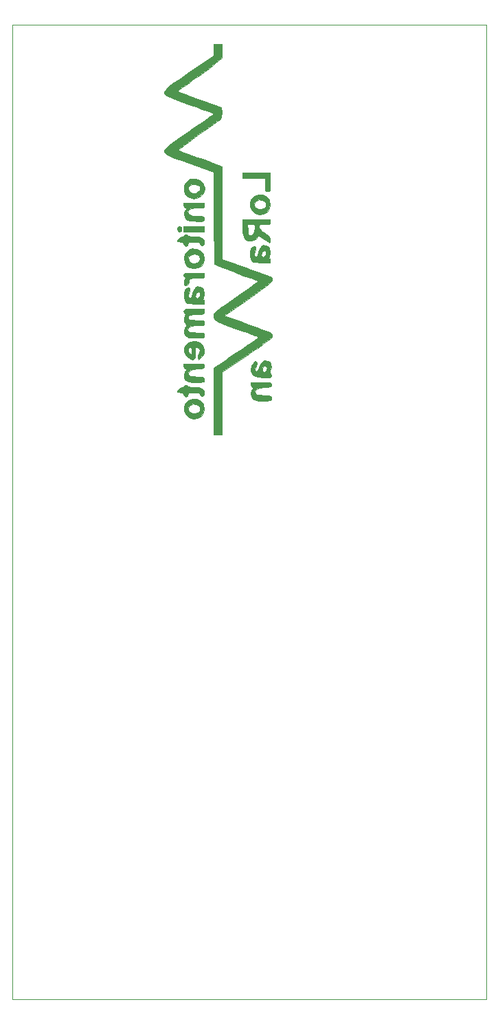
<source format=gbr>
%TF.GenerationSoftware,KiCad,Pcbnew,(5.1.9)-1*%
%TF.CreationDate,2021-03-10T14:32:31-04:00*%
%TF.ProjectId,placa_manutencao_preventiva,706c6163-615f-46d6-916e-7574656e6361,rev?*%
%TF.SameCoordinates,Original*%
%TF.FileFunction,Legend,Bot*%
%TF.FilePolarity,Positive*%
%FSLAX46Y46*%
G04 Gerber Fmt 4.6, Leading zero omitted, Abs format (unit mm)*
G04 Created by KiCad (PCBNEW (5.1.9)-1) date 2021-03-10 14:32:31*
%MOMM*%
%LPD*%
G01*
G04 APERTURE LIST*
%TA.AperFunction,Profile*%
%ADD10C,0.050000*%
%TD*%
%ADD11C,0.010000*%
G04 APERTURE END LIST*
D10*
X77800200Y-14986000D02*
X136220200Y-14986000D01*
X77800200Y-14986000D02*
X77800200Y-135001000D01*
X136220200Y-135001000D02*
X136220200Y-14986000D01*
X77800200Y-135001000D02*
X136220200Y-135001000D01*
D11*
%TO.C,G\u002A\u002A\u002A*%
G36*
X98255930Y-40393671D02*
G01*
X98450400Y-40462200D01*
X98649577Y-40387786D01*
X98704400Y-40144700D01*
X98644869Y-39895728D01*
X98450400Y-39827200D01*
X98251222Y-39901613D01*
X98196400Y-40144700D01*
X98255930Y-40393671D01*
G37*
X98255930Y-40393671D02*
X98450400Y-40462200D01*
X98649577Y-40387786D01*
X98704400Y-40144700D01*
X98644869Y-39895728D01*
X98450400Y-39827200D01*
X98251222Y-39901613D01*
X98196400Y-40144700D01*
X98255930Y-40393671D01*
G36*
X99009665Y-62587418D02*
G01*
X99215543Y-63051773D01*
X99583630Y-63376005D01*
X100072324Y-63522795D01*
X100615237Y-63462455D01*
X101087916Y-63204264D01*
X101387098Y-62797447D01*
X101490442Y-62297502D01*
X101375607Y-61759931D01*
X101335274Y-61673702D01*
X101009624Y-61293214D01*
X100532222Y-61095707D01*
X100097391Y-61084897D01*
X100097391Y-61696495D01*
X100468055Y-61733548D01*
X100708141Y-61868901D01*
X100937662Y-62072475D01*
X100974248Y-62287254D01*
X100909579Y-62496041D01*
X100695455Y-62750235D01*
X100362518Y-62859109D01*
X99996748Y-62827593D01*
X99684123Y-62660619D01*
X99524634Y-62416608D01*
X99517687Y-62141641D01*
X99718336Y-61901333D01*
X100097391Y-61696495D01*
X100097391Y-61084897D01*
X100059792Y-61083962D01*
X99524470Y-61241073D01*
X99174243Y-61569243D01*
X99007599Y-62020264D01*
X99009665Y-62587418D01*
G37*
X99009665Y-62587418D02*
X99215543Y-63051773D01*
X99583630Y-63376005D01*
X100072324Y-63522795D01*
X100615237Y-63462455D01*
X101087916Y-63204264D01*
X101387098Y-62797447D01*
X101490442Y-62297502D01*
X101375607Y-61759931D01*
X101335274Y-61673702D01*
X101009624Y-61293214D01*
X100532222Y-61095707D01*
X100097391Y-61084897D01*
X100097391Y-61696495D01*
X100468055Y-61733548D01*
X100708141Y-61868901D01*
X100937662Y-62072475D01*
X100974248Y-62287254D01*
X100909579Y-62496041D01*
X100695455Y-62750235D01*
X100362518Y-62859109D01*
X99996748Y-62827593D01*
X99684123Y-62660619D01*
X99524634Y-62416608D01*
X99517687Y-62141641D01*
X99718336Y-61901333D01*
X100097391Y-61696495D01*
X100097391Y-61084897D01*
X100059792Y-61083962D01*
X99524470Y-61241073D01*
X99174243Y-61569243D01*
X99007599Y-62020264D01*
X99009665Y-62587418D01*
G36*
X98306949Y-60252834D02*
G01*
X98573238Y-60274195D01*
X98577400Y-60274200D01*
X98856280Y-60314115D01*
X98954469Y-60462632D01*
X98958400Y-60528200D01*
X99048202Y-60740456D01*
X99212400Y-60782200D01*
X99424656Y-60692397D01*
X99466400Y-60528200D01*
X99496207Y-60382380D01*
X99625489Y-60305858D01*
X99914037Y-60277256D01*
X100176789Y-60274200D01*
X100593084Y-60287294D01*
X100822030Y-60341271D01*
X100929580Y-60458171D01*
X100955210Y-60534349D01*
X101086314Y-60732896D01*
X101268717Y-60735143D01*
X101424701Y-60563584D01*
X101473544Y-60384330D01*
X101427893Y-60051980D01*
X101305723Y-59845666D01*
X101070471Y-59715156D01*
X100665999Y-59650506D01*
X100282828Y-59639200D01*
X99855043Y-59621076D01*
X99562559Y-59573155D01*
X99466400Y-59512200D01*
X99360031Y-59409014D01*
X99212400Y-59385200D01*
X99006029Y-59438384D01*
X98958400Y-59512200D01*
X98852229Y-59615992D01*
X98708868Y-59639200D01*
X98468215Y-59743405D01*
X98264549Y-59981569D01*
X98196400Y-60202350D01*
X98306949Y-60252834D01*
G37*
X98306949Y-60252834D02*
X98573238Y-60274195D01*
X98577400Y-60274200D01*
X98856280Y-60314115D01*
X98954469Y-60462632D01*
X98958400Y-60528200D01*
X99048202Y-60740456D01*
X99212400Y-60782200D01*
X99424656Y-60692397D01*
X99466400Y-60528200D01*
X99496207Y-60382380D01*
X99625489Y-60305858D01*
X99914037Y-60277256D01*
X100176789Y-60274200D01*
X100593084Y-60287294D01*
X100822030Y-60341271D01*
X100929580Y-60458171D01*
X100955210Y-60534349D01*
X101086314Y-60732896D01*
X101268717Y-60735143D01*
X101424701Y-60563584D01*
X101473544Y-60384330D01*
X101427893Y-60051980D01*
X101305723Y-59845666D01*
X101070471Y-59715156D01*
X100665999Y-59650506D01*
X100282828Y-59639200D01*
X99855043Y-59621076D01*
X99562559Y-59573155D01*
X99466400Y-59512200D01*
X99360031Y-59409014D01*
X99212400Y-59385200D01*
X99006029Y-59438384D01*
X98958400Y-59512200D01*
X98852229Y-59615992D01*
X98708868Y-59639200D01*
X98468215Y-59743405D01*
X98264549Y-59981569D01*
X98196400Y-60202350D01*
X98306949Y-60252834D01*
G36*
X99026566Y-57293594D02*
G01*
X99156101Y-57353200D01*
X99282807Y-57376157D01*
X99252984Y-57489983D01*
X99156101Y-57635458D01*
X98975784Y-58072264D01*
X99033305Y-58492999D01*
X99212399Y-58750200D01*
X99387068Y-58882361D01*
X99627102Y-58960013D01*
X99997865Y-58996227D01*
X100482399Y-59004200D01*
X100986349Y-59000676D01*
X101288112Y-58979501D01*
X101439496Y-58924768D01*
X101492308Y-58820571D01*
X101498400Y-58692263D01*
X101483384Y-58529865D01*
X101401896Y-58433228D01*
X101199273Y-58381315D01*
X100820852Y-58353088D01*
X100590955Y-58343013D01*
X100070108Y-58305648D01*
X99749001Y-58237273D01*
X99574003Y-58124699D01*
X99545358Y-58085832D01*
X99487518Y-57821474D01*
X99666192Y-57609252D01*
X100067642Y-57457823D01*
X100671315Y-57376274D01*
X101116492Y-57340890D01*
X101364756Y-57290077D01*
X101473033Y-57199378D01*
X101498252Y-57044333D01*
X101498400Y-57020905D01*
X101488973Y-56883521D01*
X101429786Y-56795628D01*
X101274478Y-56746175D01*
X100976688Y-56724112D01*
X100490054Y-56718389D01*
X100228400Y-56718200D01*
X98958400Y-56718200D01*
X98958400Y-57035700D01*
X99026566Y-57293594D01*
G37*
X99026566Y-57293594D02*
X99156101Y-57353200D01*
X99282807Y-57376157D01*
X99252984Y-57489983D01*
X99156101Y-57635458D01*
X98975784Y-58072264D01*
X99033305Y-58492999D01*
X99212399Y-58750200D01*
X99387068Y-58882361D01*
X99627102Y-58960013D01*
X99997865Y-58996227D01*
X100482399Y-59004200D01*
X100986349Y-59000676D01*
X101288112Y-58979501D01*
X101439496Y-58924768D01*
X101492308Y-58820571D01*
X101498400Y-58692263D01*
X101483384Y-58529865D01*
X101401896Y-58433228D01*
X101199273Y-58381315D01*
X100820852Y-58353088D01*
X100590955Y-58343013D01*
X100070108Y-58305648D01*
X99749001Y-58237273D01*
X99574003Y-58124699D01*
X99545358Y-58085832D01*
X99487518Y-57821474D01*
X99666192Y-57609252D01*
X100067642Y-57457823D01*
X100671315Y-57376274D01*
X101116492Y-57340890D01*
X101364756Y-57290077D01*
X101473033Y-57199378D01*
X101498252Y-57044333D01*
X101498400Y-57020905D01*
X101488973Y-56883521D01*
X101429786Y-56795628D01*
X101274478Y-56746175D01*
X100976688Y-56724112D01*
X100490054Y-56718389D01*
X100228400Y-56718200D01*
X98958400Y-56718200D01*
X98958400Y-57035700D01*
X99026566Y-57293594D01*
G36*
X99227470Y-55727219D02*
G01*
X99329630Y-55838969D01*
X99677076Y-56100236D01*
X100009935Y-56209759D01*
X100028130Y-56210200D01*
X100208643Y-56195492D01*
X100306544Y-56111776D01*
X100347047Y-55899665D01*
X100355366Y-55499770D01*
X100355400Y-55439367D01*
X100362109Y-55015089D01*
X100396706Y-54789018D01*
X100480895Y-54705436D01*
X100636380Y-54708624D01*
X100639852Y-54709117D01*
X100891951Y-54844575D01*
X100970359Y-55101634D01*
X100853223Y-55398277D01*
X100830822Y-55425899D01*
X100709312Y-55748331D01*
X100730182Y-55956200D01*
X100811384Y-56273700D01*
X101154892Y-55930222D01*
X101440606Y-55485691D01*
X101492990Y-54992010D01*
X101310783Y-54503278D01*
X101191896Y-54344031D01*
X100963682Y-54125003D01*
X100706459Y-54019041D01*
X100317630Y-53988201D01*
X100228399Y-53987700D01*
X99805989Y-54009293D01*
X99779914Y-54017901D01*
X99779914Y-54686200D01*
X99921040Y-54775056D01*
X99973258Y-55065548D01*
X99974400Y-55141283D01*
X99938275Y-55458496D01*
X99834553Y-55549171D01*
X99824723Y-55546474D01*
X99603243Y-55380816D01*
X99499648Y-55127915D01*
X99518481Y-54874977D01*
X99664284Y-54709204D01*
X99779914Y-54686200D01*
X99779914Y-54017901D01*
X99533139Y-54099369D01*
X99307255Y-54295870D01*
X99264903Y-54344031D01*
X99000800Y-54806930D01*
X98988611Y-55274665D01*
X99227470Y-55727219D01*
G37*
X99227470Y-55727219D02*
X99329630Y-55838969D01*
X99677076Y-56100236D01*
X100009935Y-56209759D01*
X100028130Y-56210200D01*
X100208643Y-56195492D01*
X100306544Y-56111776D01*
X100347047Y-55899665D01*
X100355366Y-55499770D01*
X100355400Y-55439367D01*
X100362109Y-55015089D01*
X100396706Y-54789018D01*
X100480895Y-54705436D01*
X100636380Y-54708624D01*
X100639852Y-54709117D01*
X100891951Y-54844575D01*
X100970359Y-55101634D01*
X100853223Y-55398277D01*
X100830822Y-55425899D01*
X100709312Y-55748331D01*
X100730182Y-55956200D01*
X100811384Y-56273700D01*
X101154892Y-55930222D01*
X101440606Y-55485691D01*
X101492990Y-54992010D01*
X101310783Y-54503278D01*
X101191896Y-54344031D01*
X100963682Y-54125003D01*
X100706459Y-54019041D01*
X100317630Y-53988201D01*
X100228399Y-53987700D01*
X99805989Y-54009293D01*
X99779914Y-54017901D01*
X99779914Y-54686200D01*
X99921040Y-54775056D01*
X99973258Y-55065548D01*
X99974400Y-55141283D01*
X99938275Y-55458496D01*
X99834553Y-55549171D01*
X99824723Y-55546474D01*
X99603243Y-55380816D01*
X99499648Y-55127915D01*
X99518481Y-54874977D01*
X99664284Y-54709204D01*
X99779914Y-54686200D01*
X99779914Y-54017901D01*
X99533139Y-54099369D01*
X99307255Y-54295870D01*
X99264903Y-54344031D01*
X99000800Y-54806930D01*
X98988611Y-55274665D01*
X99227470Y-55727219D01*
G36*
X99024031Y-50455831D02*
G01*
X99103611Y-50522437D01*
X99185308Y-50621614D01*
X99103611Y-50842171D01*
X98968470Y-51267334D01*
X99031748Y-51622671D01*
X99146566Y-51763263D01*
X99267270Y-51907684D01*
X99219615Y-52077491D01*
X99146566Y-52188071D01*
X98973688Y-52619084D01*
X99037166Y-53039620D01*
X99212399Y-53289200D01*
X99387068Y-53421361D01*
X99627102Y-53499013D01*
X99997865Y-53535227D01*
X100482399Y-53543200D01*
X100986294Y-53539816D01*
X101288015Y-53518869D01*
X101439388Y-53464164D01*
X101492235Y-53359506D01*
X101498400Y-53225700D01*
X101483672Y-53054196D01*
X101400999Y-52959128D01*
X101192642Y-52918005D01*
X100800864Y-52908338D01*
X100683287Y-52908200D01*
X100102108Y-52892763D01*
X99732892Y-52837766D01*
X99534993Y-52730177D01*
X99467761Y-52556965D01*
X99466400Y-52518080D01*
X99566624Y-52265847D01*
X99876144Y-52104012D01*
X100408231Y-52027327D01*
X100728050Y-52019200D01*
X101153225Y-52012647D01*
X101383780Y-51976686D01*
X101479047Y-51886864D01*
X101498359Y-51718726D01*
X101498400Y-51701700D01*
X101486599Y-51540468D01*
X101415602Y-51445825D01*
X101232015Y-51400047D01*
X100882447Y-51385410D01*
X100541914Y-51384200D01*
X100018700Y-51371561D01*
X99701479Y-51327801D01*
X99543229Y-51244150D01*
X99511705Y-51192082D01*
X99500155Y-50923145D01*
X99711063Y-50741410D01*
X100151571Y-50643222D01*
X100624950Y-50622200D01*
X101084399Y-50617330D01*
X101345694Y-50589193D01*
X101464660Y-50517494D01*
X101497127Y-50381942D01*
X101498400Y-50304700D01*
X101498400Y-49987200D01*
X100228400Y-49987200D01*
X99649476Y-49991019D01*
X99278762Y-50008322D01*
X99070509Y-50047878D01*
X98978972Y-50118454D01*
X98958402Y-50228819D01*
X98958400Y-50230616D01*
X99024031Y-50455831D01*
G37*
X99024031Y-50455831D02*
X99103611Y-50522437D01*
X99185308Y-50621614D01*
X99103611Y-50842171D01*
X98968470Y-51267334D01*
X99031748Y-51622671D01*
X99146566Y-51763263D01*
X99267270Y-51907684D01*
X99219615Y-52077491D01*
X99146566Y-52188071D01*
X98973688Y-52619084D01*
X99037166Y-53039620D01*
X99212399Y-53289200D01*
X99387068Y-53421361D01*
X99627102Y-53499013D01*
X99997865Y-53535227D01*
X100482399Y-53543200D01*
X100986294Y-53539816D01*
X101288015Y-53518869D01*
X101439388Y-53464164D01*
X101492235Y-53359506D01*
X101498400Y-53225700D01*
X101483672Y-53054196D01*
X101400999Y-52959128D01*
X101192642Y-52918005D01*
X100800864Y-52908338D01*
X100683287Y-52908200D01*
X100102108Y-52892763D01*
X99732892Y-52837766D01*
X99534993Y-52730177D01*
X99467761Y-52556965D01*
X99466400Y-52518080D01*
X99566624Y-52265847D01*
X99876144Y-52104012D01*
X100408231Y-52027327D01*
X100728050Y-52019200D01*
X101153225Y-52012647D01*
X101383780Y-51976686D01*
X101479047Y-51886864D01*
X101498359Y-51718726D01*
X101498400Y-51701700D01*
X101486599Y-51540468D01*
X101415602Y-51445825D01*
X101232015Y-51400047D01*
X100882447Y-51385410D01*
X100541914Y-51384200D01*
X100018700Y-51371561D01*
X99701479Y-51327801D01*
X99543229Y-51244150D01*
X99511705Y-51192082D01*
X99500155Y-50923145D01*
X99711063Y-50741410D01*
X100151571Y-50643222D01*
X100624950Y-50622200D01*
X101084399Y-50617330D01*
X101345694Y-50589193D01*
X101464660Y-50517494D01*
X101497127Y-50381942D01*
X101498400Y-50304700D01*
X101498400Y-49987200D01*
X100228400Y-49987200D01*
X99649476Y-49991019D01*
X99278762Y-50008322D01*
X99070509Y-50047878D01*
X98978972Y-50118454D01*
X98958402Y-50228819D01*
X98958400Y-50230616D01*
X99024031Y-50455831D01*
G36*
X99080335Y-48940398D02*
G01*
X99149579Y-49060629D01*
X99277303Y-49197712D01*
X99466243Y-49284908D01*
X99775795Y-49336899D01*
X100265357Y-49368369D01*
X100419875Y-49374638D01*
X100942532Y-49391237D01*
X101261601Y-49384660D01*
X101427218Y-49343535D01*
X101489520Y-49256490D01*
X101498696Y-49129950D01*
X101448957Y-48906937D01*
X101366931Y-48844200D01*
X101300331Y-48766457D01*
X101366931Y-48598549D01*
X101491832Y-48115677D01*
X101389884Y-47629683D01*
X101300698Y-47475458D01*
X101014002Y-47247518D01*
X100807549Y-47225658D01*
X100807549Y-47866405D01*
X100857836Y-47888261D01*
X100977667Y-48089705D01*
X100954277Y-48370951D01*
X100838000Y-48564800D01*
X100591745Y-48710043D01*
X100412341Y-48636674D01*
X100355400Y-48415250D01*
X100428491Y-48122795D01*
X100602060Y-47915878D01*
X100807549Y-47866405D01*
X100807549Y-47225658D01*
X100668871Y-47210973D01*
X100363063Y-47373488D01*
X100339200Y-47400043D01*
X100196334Y-47654113D01*
X100060550Y-48024848D01*
X100034093Y-48120978D01*
X99918218Y-48453515D01*
X99787184Y-48661347D01*
X99748410Y-48686696D01*
X99583393Y-48643487D01*
X99498398Y-48444961D01*
X99519679Y-48184046D01*
X99573356Y-48067100D01*
X99697602Y-47759738D01*
X99703205Y-47486230D01*
X99594267Y-47331064D01*
X99537101Y-47320200D01*
X99283687Y-47432847D01*
X99095326Y-47722949D01*
X98987995Y-48118748D01*
X98977672Y-48548484D01*
X99080335Y-48940398D01*
G37*
X99080335Y-48940398D02*
X99149579Y-49060629D01*
X99277303Y-49197712D01*
X99466243Y-49284908D01*
X99775795Y-49336899D01*
X100265357Y-49368369D01*
X100419875Y-49374638D01*
X100942532Y-49391237D01*
X101261601Y-49384660D01*
X101427218Y-49343535D01*
X101489520Y-49256490D01*
X101498696Y-49129950D01*
X101448957Y-48906937D01*
X101366931Y-48844200D01*
X101300331Y-48766457D01*
X101366931Y-48598549D01*
X101491832Y-48115677D01*
X101389884Y-47629683D01*
X101300698Y-47475458D01*
X101014002Y-47247518D01*
X100807549Y-47225658D01*
X100807549Y-47866405D01*
X100857836Y-47888261D01*
X100977667Y-48089705D01*
X100954277Y-48370951D01*
X100838000Y-48564800D01*
X100591745Y-48710043D01*
X100412341Y-48636674D01*
X100355400Y-48415250D01*
X100428491Y-48122795D01*
X100602060Y-47915878D01*
X100807549Y-47866405D01*
X100807549Y-47225658D01*
X100668871Y-47210973D01*
X100363063Y-47373488D01*
X100339200Y-47400043D01*
X100196334Y-47654113D01*
X100060550Y-48024848D01*
X100034093Y-48120978D01*
X99918218Y-48453515D01*
X99787184Y-48661347D01*
X99748410Y-48686696D01*
X99583393Y-48643487D01*
X99498398Y-48444961D01*
X99519679Y-48184046D01*
X99573356Y-48067100D01*
X99697602Y-47759738D01*
X99703205Y-47486230D01*
X99594267Y-47331064D01*
X99537101Y-47320200D01*
X99283687Y-47432847D01*
X99095326Y-47722949D01*
X98987995Y-48118748D01*
X98977672Y-48548484D01*
X99080335Y-48940398D01*
G36*
X99030628Y-46015919D02*
G01*
X99117150Y-46087241D01*
X99212212Y-46172045D01*
X99117150Y-46313725D01*
X99003677Y-46529720D01*
X98961236Y-46795905D01*
X98995713Y-47007121D01*
X99075012Y-47066200D01*
X99410044Y-46972669D01*
X99581986Y-46724166D01*
X99593400Y-46621700D01*
X99636456Y-46406393D01*
X99794455Y-46271729D01*
X100110637Y-46201042D01*
X100628246Y-46177668D01*
X100746787Y-46177200D01*
X101165513Y-46170257D01*
X101390334Y-46132522D01*
X101481283Y-46038634D01*
X101498398Y-45863232D01*
X101498400Y-45859700D01*
X101498400Y-45542200D01*
X100228400Y-45542200D01*
X99649476Y-45546019D01*
X99278762Y-45563322D01*
X99070509Y-45602878D01*
X98978972Y-45673454D01*
X98958402Y-45783819D01*
X98958400Y-45785616D01*
X99030628Y-46015919D01*
G37*
X99030628Y-46015919D02*
X99117150Y-46087241D01*
X99212212Y-46172045D01*
X99117150Y-46313725D01*
X99003677Y-46529720D01*
X98961236Y-46795905D01*
X98995713Y-47007121D01*
X99075012Y-47066200D01*
X99410044Y-46972669D01*
X99581986Y-46724166D01*
X99593400Y-46621700D01*
X99636456Y-46406393D01*
X99794455Y-46271729D01*
X100110637Y-46201042D01*
X100628246Y-46177668D01*
X100746787Y-46177200D01*
X101165513Y-46170257D01*
X101390334Y-46132522D01*
X101481283Y-46038634D01*
X101498398Y-45863232D01*
X101498400Y-45859700D01*
X101498400Y-45542200D01*
X100228400Y-45542200D01*
X99649476Y-45546019D01*
X99278762Y-45563322D01*
X99070509Y-45602878D01*
X98978972Y-45673454D01*
X98958402Y-45783819D01*
X98958400Y-45785616D01*
X99030628Y-46015919D01*
G36*
X99050494Y-44222259D02*
G01*
X99279987Y-44654179D01*
X99355217Y-44731014D01*
X99719158Y-44916761D01*
X100195504Y-44981654D01*
X100678900Y-44927327D01*
X101063995Y-44755414D01*
X101123457Y-44703587D01*
X101353977Y-44317616D01*
X101450645Y-43821061D01*
X101400182Y-43326894D01*
X101311028Y-43107739D01*
X100984177Y-42758086D01*
X100541166Y-42577097D01*
X100246235Y-42568004D01*
X100246235Y-43213149D01*
X100587165Y-43301133D01*
X100852856Y-43496310D01*
X100969160Y-43774662D01*
X100961422Y-43884378D01*
X100832541Y-44075709D01*
X100576751Y-44267834D01*
X100300603Y-44391135D01*
X100075483Y-44365769D01*
X99880048Y-44267834D01*
X99568152Y-44012235D01*
X99505016Y-43724833D01*
X99635252Y-43454826D01*
X99904215Y-43256374D01*
X100246235Y-43213149D01*
X100246235Y-42568004D01*
X100053305Y-42562055D01*
X99591904Y-42710243D01*
X99228271Y-43018946D01*
X99124103Y-43191064D01*
X98993894Y-43703643D01*
X99050494Y-44222259D01*
G37*
X99050494Y-44222259D02*
X99279987Y-44654179D01*
X99355217Y-44731014D01*
X99719158Y-44916761D01*
X100195504Y-44981654D01*
X100678900Y-44927327D01*
X101063995Y-44755414D01*
X101123457Y-44703587D01*
X101353977Y-44317616D01*
X101450645Y-43821061D01*
X101400182Y-43326894D01*
X101311028Y-43107739D01*
X100984177Y-42758086D01*
X100541166Y-42577097D01*
X100246235Y-42568004D01*
X100246235Y-43213149D01*
X100587165Y-43301133D01*
X100852856Y-43496310D01*
X100969160Y-43774662D01*
X100961422Y-43884378D01*
X100832541Y-44075709D01*
X100576751Y-44267834D01*
X100300603Y-44391135D01*
X100075483Y-44365769D01*
X99880048Y-44267834D01*
X99568152Y-44012235D01*
X99505016Y-43724833D01*
X99635252Y-43454826D01*
X99904215Y-43256374D01*
X100246235Y-43213149D01*
X100246235Y-42568004D01*
X100053305Y-42562055D01*
X99591904Y-42710243D01*
X99228271Y-43018946D01*
X99124103Y-43191064D01*
X98993894Y-43703643D01*
X99050494Y-44222259D01*
G36*
X98306949Y-41710834D02*
G01*
X98573238Y-41732195D01*
X98577400Y-41732200D01*
X98856280Y-41772115D01*
X98954469Y-41920632D01*
X98958400Y-41986200D01*
X99048202Y-42198456D01*
X99212400Y-42240200D01*
X99424656Y-42150397D01*
X99466400Y-41986200D01*
X99496207Y-41840380D01*
X99625489Y-41763858D01*
X99914037Y-41735256D01*
X100176789Y-41732200D01*
X100593084Y-41745294D01*
X100822030Y-41799271D01*
X100929580Y-41916171D01*
X100955210Y-41992349D01*
X101086314Y-42190896D01*
X101268717Y-42193143D01*
X101424701Y-42021584D01*
X101473544Y-41842330D01*
X101427893Y-41509980D01*
X101305723Y-41303666D01*
X101070471Y-41173156D01*
X100665999Y-41108506D01*
X100282828Y-41097200D01*
X99855043Y-41079076D01*
X99562559Y-41031155D01*
X99466400Y-40970200D01*
X99360031Y-40867014D01*
X99212400Y-40843200D01*
X99006029Y-40896384D01*
X98958400Y-40970200D01*
X98852229Y-41073992D01*
X98708868Y-41097200D01*
X98468215Y-41201405D01*
X98264549Y-41439569D01*
X98196400Y-41660350D01*
X98306949Y-41710834D01*
G37*
X98306949Y-41710834D02*
X98573238Y-41732195D01*
X98577400Y-41732200D01*
X98856280Y-41772115D01*
X98954469Y-41920632D01*
X98958400Y-41986200D01*
X99048202Y-42198456D01*
X99212400Y-42240200D01*
X99424656Y-42150397D01*
X99466400Y-41986200D01*
X99496207Y-41840380D01*
X99625489Y-41763858D01*
X99914037Y-41735256D01*
X100176789Y-41732200D01*
X100593084Y-41745294D01*
X100822030Y-41799271D01*
X100929580Y-41916171D01*
X100955210Y-41992349D01*
X101086314Y-42190896D01*
X101268717Y-42193143D01*
X101424701Y-42021584D01*
X101473544Y-41842330D01*
X101427893Y-41509980D01*
X101305723Y-41303666D01*
X101070471Y-41173156D01*
X100665999Y-41108506D01*
X100282828Y-41097200D01*
X99855043Y-41079076D01*
X99562559Y-41031155D01*
X99466400Y-40970200D01*
X99360031Y-40867014D01*
X99212400Y-40843200D01*
X99006029Y-40896384D01*
X98958400Y-40970200D01*
X98852229Y-41073992D01*
X98708868Y-41097200D01*
X98468215Y-41201405D01*
X98264549Y-41439569D01*
X98196400Y-41660350D01*
X98306949Y-41710834D01*
G36*
X101498400Y-40462200D02*
G01*
X101498400Y-39827200D01*
X98958400Y-39827200D01*
X98958400Y-40462200D01*
X101498400Y-40462200D01*
G37*
X101498400Y-40462200D02*
X101498400Y-39827200D01*
X98958400Y-39827200D01*
X98958400Y-40462200D01*
X101498400Y-40462200D01*
G36*
X99022727Y-37476355D02*
G01*
X99142993Y-37541200D01*
X99251299Y-37574104D01*
X99221669Y-37713812D01*
X99123048Y-37897587D01*
X98986334Y-38324528D01*
X99047225Y-38717304D01*
X99288192Y-39005476D01*
X99414714Y-39069691D01*
X99706199Y-39132628D01*
X100151477Y-39176832D01*
X100617667Y-39192200D01*
X101079465Y-39187425D01*
X101342881Y-39159741D01*
X101463516Y-39089101D01*
X101496971Y-38955462D01*
X101498400Y-38874700D01*
X101479977Y-38692046D01*
X101383040Y-38597429D01*
X101145085Y-38562099D01*
X100808167Y-38557200D01*
X100139730Y-38512746D01*
X99696461Y-38380983D01*
X99484789Y-38164308D01*
X99466400Y-38056811D01*
X99560127Y-37798695D01*
X99852860Y-37632767D01*
X100361926Y-37551948D01*
X100728050Y-37541200D01*
X101153225Y-37534647D01*
X101383780Y-37498686D01*
X101479047Y-37408864D01*
X101498359Y-37240726D01*
X101498400Y-37223700D01*
X101498400Y-36906200D01*
X98958400Y-36906200D01*
X98958400Y-37223700D01*
X99022727Y-37476355D01*
G37*
X99022727Y-37476355D02*
X99142993Y-37541200D01*
X99251299Y-37574104D01*
X99221669Y-37713812D01*
X99123048Y-37897587D01*
X98986334Y-38324528D01*
X99047225Y-38717304D01*
X99288192Y-39005476D01*
X99414714Y-39069691D01*
X99706199Y-39132628D01*
X100151477Y-39176832D01*
X100617667Y-39192200D01*
X101079465Y-39187425D01*
X101342881Y-39159741D01*
X101463516Y-39089101D01*
X101496971Y-38955462D01*
X101498400Y-38874700D01*
X101479977Y-38692046D01*
X101383040Y-38597429D01*
X101145085Y-38562099D01*
X100808167Y-38557200D01*
X100139730Y-38512746D01*
X99696461Y-38380983D01*
X99484789Y-38164308D01*
X99466400Y-38056811D01*
X99560127Y-37798695D01*
X99852860Y-37632767D01*
X100361926Y-37551948D01*
X100728050Y-37541200D01*
X101153225Y-37534647D01*
X101383780Y-37498686D01*
X101479047Y-37408864D01*
X101498359Y-37240726D01*
X101498400Y-37223700D01*
X101498400Y-36906200D01*
X98958400Y-36906200D01*
X98958400Y-37223700D01*
X99022727Y-37476355D01*
G36*
X99124576Y-35801351D02*
G01*
X99447640Y-36157252D01*
X99918415Y-36365607D01*
X100228400Y-36398200D01*
X100750752Y-36290307D01*
X101159782Y-36003098D01*
X101422321Y-35591276D01*
X101505198Y-35109545D01*
X101375244Y-34612608D01*
X101345007Y-34556700D01*
X101073911Y-34216870D01*
X100708899Y-34039882D01*
X100326636Y-34001239D01*
X100326636Y-34640733D01*
X100672568Y-34742126D01*
X100919424Y-34942751D01*
X100990400Y-35159021D01*
X100912184Y-35353959D01*
X100780216Y-35530949D01*
X100448825Y-35727641D01*
X100051339Y-35733611D01*
X99698650Y-35553016D01*
X99490857Y-35266258D01*
X99532445Y-34986935D01*
X99665971Y-34819771D01*
X99963734Y-34659604D01*
X100326636Y-34640733D01*
X100326636Y-34001239D01*
X100207939Y-33989239D01*
X99806241Y-34013506D01*
X99538348Y-34126044D01*
X99287189Y-34375944D01*
X99019796Y-34857941D01*
X98973776Y-35350662D01*
X99124576Y-35801351D01*
G37*
X99124576Y-35801351D02*
X99447640Y-36157252D01*
X99918415Y-36365607D01*
X100228400Y-36398200D01*
X100750752Y-36290307D01*
X101159782Y-36003098D01*
X101422321Y-35591276D01*
X101505198Y-35109545D01*
X101375244Y-34612608D01*
X101345007Y-34556700D01*
X101073911Y-34216870D01*
X100708899Y-34039882D01*
X100326636Y-34001239D01*
X100326636Y-34640733D01*
X100672568Y-34742126D01*
X100919424Y-34942751D01*
X100990400Y-35159021D01*
X100912184Y-35353959D01*
X100780216Y-35530949D01*
X100448825Y-35727641D01*
X100051339Y-35733611D01*
X99698650Y-35553016D01*
X99490857Y-35266258D01*
X99532445Y-34986935D01*
X99665971Y-34819771D01*
X99963734Y-34659604D01*
X100326636Y-34640733D01*
X100326636Y-34001239D01*
X100207939Y-33989239D01*
X99806241Y-34013506D01*
X99538348Y-34126044D01*
X99287189Y-34375944D01*
X99019796Y-34857941D01*
X98973776Y-35350662D01*
X99124576Y-35801351D01*
G36*
X107208335Y-43860398D02*
G01*
X107277579Y-43980629D01*
X107405303Y-44117712D01*
X107594243Y-44204908D01*
X107903795Y-44256899D01*
X108393357Y-44288369D01*
X108547875Y-44294638D01*
X109070532Y-44311237D01*
X109389601Y-44304660D01*
X109555218Y-44263535D01*
X109617520Y-44176490D01*
X109626696Y-44049950D01*
X109576957Y-43826937D01*
X109494931Y-43764200D01*
X109428331Y-43686457D01*
X109494931Y-43518549D01*
X109619832Y-43035677D01*
X109517884Y-42549683D01*
X109428698Y-42395458D01*
X109142002Y-42167518D01*
X108935549Y-42145658D01*
X108935549Y-42786405D01*
X108985836Y-42808261D01*
X109105667Y-43009705D01*
X109082277Y-43290951D01*
X108966000Y-43484800D01*
X108719745Y-43630043D01*
X108540341Y-43556674D01*
X108483400Y-43335250D01*
X108556491Y-43042795D01*
X108730060Y-42835878D01*
X108935549Y-42786405D01*
X108935549Y-42145658D01*
X108796871Y-42130973D01*
X108491063Y-42293488D01*
X108467200Y-42320043D01*
X108324334Y-42574113D01*
X108188550Y-42944848D01*
X108162093Y-43040978D01*
X108046218Y-43373515D01*
X107915184Y-43581347D01*
X107876410Y-43606696D01*
X107711393Y-43563487D01*
X107626398Y-43364961D01*
X107647679Y-43104046D01*
X107701356Y-42987100D01*
X107825602Y-42679738D01*
X107831205Y-42406230D01*
X107722267Y-42251064D01*
X107665101Y-42240200D01*
X107411687Y-42352847D01*
X107223326Y-42642949D01*
X107115995Y-43038748D01*
X107105672Y-43468484D01*
X107208335Y-43860398D01*
G37*
X107208335Y-43860398D02*
X107277579Y-43980629D01*
X107405303Y-44117712D01*
X107594243Y-44204908D01*
X107903795Y-44256899D01*
X108393357Y-44288369D01*
X108547875Y-44294638D01*
X109070532Y-44311237D01*
X109389601Y-44304660D01*
X109555218Y-44263535D01*
X109617520Y-44176490D01*
X109626696Y-44049950D01*
X109576957Y-43826937D01*
X109494931Y-43764200D01*
X109428331Y-43686457D01*
X109494931Y-43518549D01*
X109619832Y-43035677D01*
X109517884Y-42549683D01*
X109428698Y-42395458D01*
X109142002Y-42167518D01*
X108935549Y-42145658D01*
X108935549Y-42786405D01*
X108985836Y-42808261D01*
X109105667Y-43009705D01*
X109082277Y-43290951D01*
X108966000Y-43484800D01*
X108719745Y-43630043D01*
X108540341Y-43556674D01*
X108483400Y-43335250D01*
X108556491Y-43042795D01*
X108730060Y-42835878D01*
X108935549Y-42786405D01*
X108935549Y-42145658D01*
X108796871Y-42130973D01*
X108491063Y-42293488D01*
X108467200Y-42320043D01*
X108324334Y-42574113D01*
X108188550Y-42944848D01*
X108162093Y-43040978D01*
X108046218Y-43373515D01*
X107915184Y-43581347D01*
X107876410Y-43606696D01*
X107711393Y-43563487D01*
X107626398Y-43364961D01*
X107647679Y-43104046D01*
X107701356Y-42987100D01*
X107825602Y-42679738D01*
X107831205Y-42406230D01*
X107722267Y-42251064D01*
X107665101Y-42240200D01*
X107411687Y-42352847D01*
X107223326Y-42642949D01*
X107115995Y-43038748D01*
X107105672Y-43468484D01*
X107208335Y-43860398D01*
G36*
X106228124Y-40608423D02*
G01*
X106332527Y-41101659D01*
X106528951Y-41410515D01*
X106835738Y-41566752D01*
X107181650Y-41603255D01*
X107534717Y-41528469D01*
X107859667Y-41341062D01*
X108068669Y-41101237D01*
X108102400Y-40972149D01*
X108193043Y-40978116D01*
X108430831Y-41113514D01*
X108764554Y-41349122D01*
X108769150Y-41352603D01*
X109123243Y-41610936D01*
X109398748Y-41793333D01*
X109531150Y-41858653D01*
X109598467Y-41748728D01*
X109626400Y-41484301D01*
X109584106Y-41231254D01*
X109423471Y-41007656D01*
X109093861Y-40747590D01*
X109023150Y-40698932D01*
X108609703Y-40404557D01*
X108369859Y-40188402D01*
X108258695Y-39999212D01*
X108231344Y-39795450D01*
X108271649Y-39665422D01*
X108433388Y-39597759D01*
X108773409Y-39574322D01*
X108927900Y-39573200D01*
X109327945Y-39564958D01*
X109536245Y-39521397D01*
X109614956Y-39414265D01*
X109626400Y-39255700D01*
X109626400Y-38938200D01*
X107270263Y-38938200D01*
X107270263Y-39573200D01*
X107564002Y-39589658D01*
X107690887Y-39689025D01*
X107720853Y-39946285D01*
X107721400Y-40056926D01*
X107678440Y-40438579D01*
X107573136Y-40740326D01*
X107554255Y-40769236D01*
X107320153Y-40933891D01*
X107141505Y-40951070D01*
X106989945Y-40873860D01*
X106904596Y-40674068D01*
X106860569Y-40289267D01*
X106857513Y-40238760D01*
X106819126Y-39573200D01*
X107270263Y-39573200D01*
X107270263Y-38938200D01*
X106197400Y-38938200D01*
X106197400Y-39899049D01*
X106228124Y-40608423D01*
G37*
X106228124Y-40608423D02*
X106332527Y-41101659D01*
X106528951Y-41410515D01*
X106835738Y-41566752D01*
X107181650Y-41603255D01*
X107534717Y-41528469D01*
X107859667Y-41341062D01*
X108068669Y-41101237D01*
X108102400Y-40972149D01*
X108193043Y-40978116D01*
X108430831Y-41113514D01*
X108764554Y-41349122D01*
X108769150Y-41352603D01*
X109123243Y-41610936D01*
X109398748Y-41793333D01*
X109531150Y-41858653D01*
X109598467Y-41748728D01*
X109626400Y-41484301D01*
X109584106Y-41231254D01*
X109423471Y-41007656D01*
X109093861Y-40747590D01*
X109023150Y-40698932D01*
X108609703Y-40404557D01*
X108369859Y-40188402D01*
X108258695Y-39999212D01*
X108231344Y-39795450D01*
X108271649Y-39665422D01*
X108433388Y-39597759D01*
X108773409Y-39574322D01*
X108927900Y-39573200D01*
X109327945Y-39564958D01*
X109536245Y-39521397D01*
X109614956Y-39414265D01*
X109626400Y-39255700D01*
X109626400Y-38938200D01*
X107270263Y-38938200D01*
X107270263Y-39573200D01*
X107564002Y-39589658D01*
X107690887Y-39689025D01*
X107720853Y-39946285D01*
X107721400Y-40056926D01*
X107678440Y-40438579D01*
X107573136Y-40740326D01*
X107554255Y-40769236D01*
X107320153Y-40933891D01*
X107141505Y-40951070D01*
X106989945Y-40873860D01*
X106904596Y-40674068D01*
X106860569Y-40289267D01*
X106857513Y-40238760D01*
X106819126Y-39573200D01*
X107270263Y-39573200D01*
X107270263Y-38938200D01*
X106197400Y-38938200D01*
X106197400Y-39899049D01*
X106228124Y-40608423D01*
G36*
X107137665Y-37441418D02*
G01*
X107343543Y-37905773D01*
X107711630Y-38230005D01*
X108200324Y-38376795D01*
X108743237Y-38316455D01*
X109215916Y-38058264D01*
X109515098Y-37651447D01*
X109618442Y-37151502D01*
X109503607Y-36613931D01*
X109463274Y-36527702D01*
X109137624Y-36147214D01*
X108660222Y-35949707D01*
X108225391Y-35938897D01*
X108225391Y-36550495D01*
X108596055Y-36587548D01*
X108836141Y-36722901D01*
X109065662Y-36926475D01*
X109102248Y-37141254D01*
X109037579Y-37350041D01*
X108823455Y-37604235D01*
X108490518Y-37713109D01*
X108124748Y-37681593D01*
X107812123Y-37514619D01*
X107652634Y-37270608D01*
X107645687Y-36995641D01*
X107846336Y-36755333D01*
X108225391Y-36550495D01*
X108225391Y-35938897D01*
X108187792Y-35937962D01*
X107652470Y-36095073D01*
X107302243Y-36423243D01*
X107135599Y-36874264D01*
X107137665Y-37441418D01*
G37*
X107137665Y-37441418D02*
X107343543Y-37905773D01*
X107711630Y-38230005D01*
X108200324Y-38376795D01*
X108743237Y-38316455D01*
X109215916Y-38058264D01*
X109515098Y-37651447D01*
X109618442Y-37151502D01*
X109503607Y-36613931D01*
X109463274Y-36527702D01*
X109137624Y-36147214D01*
X108660222Y-35949707D01*
X108225391Y-35938897D01*
X108225391Y-36550495D01*
X108596055Y-36587548D01*
X108836141Y-36722901D01*
X109065662Y-36926475D01*
X109102248Y-37141254D01*
X109037579Y-37350041D01*
X108823455Y-37604235D01*
X108490518Y-37713109D01*
X108124748Y-37681593D01*
X107812123Y-37514619D01*
X107652634Y-37270608D01*
X107645687Y-36995641D01*
X107846336Y-36755333D01*
X108225391Y-36550495D01*
X108225391Y-35938897D01*
X108187792Y-35937962D01*
X107652470Y-36095073D01*
X107302243Y-36423243D01*
X107135599Y-36874264D01*
X107137665Y-37441418D01*
G36*
X108991400Y-33858200D02*
G01*
X108991400Y-34683700D01*
X108996967Y-35127453D01*
X109028383Y-35374618D01*
X109107718Y-35482580D01*
X109257044Y-35508723D01*
X109308900Y-35509200D01*
X109459198Y-35500098D01*
X109552519Y-35440209D01*
X109602439Y-35280654D01*
X109622535Y-34972556D01*
X109626384Y-34467035D01*
X109626400Y-34366200D01*
X109626400Y-33223200D01*
X106197400Y-33223200D01*
X106197400Y-33858200D01*
X108991400Y-33858200D01*
G37*
X108991400Y-33858200D02*
X108991400Y-34683700D01*
X108996967Y-35127453D01*
X109028383Y-35374618D01*
X109107718Y-35482580D01*
X109257044Y-35508723D01*
X109308900Y-35509200D01*
X109459198Y-35500098D01*
X109552519Y-35440209D01*
X109602439Y-35280654D01*
X109622535Y-34972556D01*
X109626384Y-34467035D01*
X109626400Y-34366200D01*
X109626400Y-33223200D01*
X106197400Y-33223200D01*
X106197400Y-33858200D01*
X108991400Y-33858200D01*
G36*
X107281566Y-59579594D02*
G01*
X107411101Y-59639200D01*
X107537807Y-59662157D01*
X107507984Y-59775983D01*
X107411101Y-59921458D01*
X107230784Y-60358264D01*
X107288305Y-60778999D01*
X107467400Y-61036200D01*
X107642068Y-61168361D01*
X107882102Y-61246013D01*
X108252865Y-61282227D01*
X108737400Y-61290200D01*
X109241349Y-61286676D01*
X109543112Y-61265501D01*
X109694496Y-61210768D01*
X109747308Y-61106571D01*
X109753400Y-60978263D01*
X109738384Y-60815865D01*
X109656896Y-60719228D01*
X109454273Y-60667315D01*
X109075852Y-60639088D01*
X108845955Y-60629013D01*
X108325108Y-60591648D01*
X108004001Y-60523273D01*
X107829003Y-60410699D01*
X107800358Y-60371832D01*
X107742518Y-60107474D01*
X107921192Y-59895252D01*
X108322642Y-59743823D01*
X108926315Y-59662274D01*
X109371492Y-59626890D01*
X109619756Y-59576077D01*
X109728033Y-59485378D01*
X109753252Y-59330333D01*
X109753400Y-59306905D01*
X109743973Y-59169521D01*
X109684786Y-59081628D01*
X109529478Y-59032175D01*
X109231688Y-59010112D01*
X108745054Y-59004389D01*
X108483400Y-59004200D01*
X107213400Y-59004200D01*
X107213400Y-59321700D01*
X107281566Y-59579594D01*
G37*
X107281566Y-59579594D02*
X107411101Y-59639200D01*
X107537807Y-59662157D01*
X107507984Y-59775983D01*
X107411101Y-59921458D01*
X107230784Y-60358264D01*
X107288305Y-60778999D01*
X107467400Y-61036200D01*
X107642068Y-61168361D01*
X107882102Y-61246013D01*
X108252865Y-61282227D01*
X108737400Y-61290200D01*
X109241349Y-61286676D01*
X109543112Y-61265501D01*
X109694496Y-61210768D01*
X109747308Y-61106571D01*
X109753400Y-60978263D01*
X109738384Y-60815865D01*
X109656896Y-60719228D01*
X109454273Y-60667315D01*
X109075852Y-60639088D01*
X108845955Y-60629013D01*
X108325108Y-60591648D01*
X108004001Y-60523273D01*
X107829003Y-60410699D01*
X107800358Y-60371832D01*
X107742518Y-60107474D01*
X107921192Y-59895252D01*
X108322642Y-59743823D01*
X108926315Y-59662274D01*
X109371492Y-59626890D01*
X109619756Y-59576077D01*
X109728033Y-59485378D01*
X109753252Y-59330333D01*
X109753400Y-59306905D01*
X109743973Y-59169521D01*
X109684786Y-59081628D01*
X109529478Y-59032175D01*
X109231688Y-59010112D01*
X108745054Y-59004389D01*
X108483400Y-59004200D01*
X107213400Y-59004200D01*
X107213400Y-59321700D01*
X107281566Y-59579594D01*
G36*
X107270453Y-57891218D02*
G01*
X107435650Y-58142704D01*
X107715976Y-58267047D01*
X108222679Y-58360171D01*
X108705650Y-58404378D01*
X109218542Y-58434846D01*
X109528881Y-58436869D01*
X109687548Y-58398904D01*
X109745426Y-58309408D01*
X109753400Y-58166690D01*
X109706803Y-57933851D01*
X109621931Y-57861200D01*
X109555331Y-57783457D01*
X109621931Y-57615549D01*
X109744132Y-57191116D01*
X109695286Y-56775259D01*
X109546970Y-56529912D01*
X109238257Y-56377862D01*
X108993819Y-56364774D01*
X108993819Y-56972200D01*
X109194327Y-57063210D01*
X109259230Y-57276042D01*
X109192639Y-57520395D01*
X108998665Y-57705967D01*
X108959650Y-57722846D01*
X108711627Y-57763756D01*
X108617432Y-57625090D01*
X108663352Y-57286512D01*
X108663919Y-57284250D01*
X108820322Y-57025959D01*
X108993819Y-56972200D01*
X108993819Y-56364774D01*
X108943720Y-56362091D01*
X108699043Y-56413110D01*
X108539041Y-56550217D01*
X108404601Y-56839016D01*
X108336774Y-57035700D01*
X108177559Y-57413837D01*
X108007688Y-57659354D01*
X107924024Y-57711762D01*
X107768083Y-57650833D01*
X107721638Y-57434309D01*
X107790544Y-57138487D01*
X107868443Y-56987299D01*
X107949163Y-56691006D01*
X107922633Y-56512773D01*
X107846519Y-56374142D01*
X107742592Y-56396644D01*
X107549089Y-56598335D01*
X107521590Y-56630031D01*
X107295342Y-57027416D01*
X107209931Y-57477700D01*
X107270453Y-57891218D01*
G37*
X107270453Y-57891218D02*
X107435650Y-58142704D01*
X107715976Y-58267047D01*
X108222679Y-58360171D01*
X108705650Y-58404378D01*
X109218542Y-58434846D01*
X109528881Y-58436869D01*
X109687548Y-58398904D01*
X109745426Y-58309408D01*
X109753400Y-58166690D01*
X109706803Y-57933851D01*
X109621931Y-57861200D01*
X109555331Y-57783457D01*
X109621931Y-57615549D01*
X109744132Y-57191116D01*
X109695286Y-56775259D01*
X109546970Y-56529912D01*
X109238257Y-56377862D01*
X108993819Y-56364774D01*
X108993819Y-56972200D01*
X109194327Y-57063210D01*
X109259230Y-57276042D01*
X109192639Y-57520395D01*
X108998665Y-57705967D01*
X108959650Y-57722846D01*
X108711627Y-57763756D01*
X108617432Y-57625090D01*
X108663352Y-57286512D01*
X108663919Y-57284250D01*
X108820322Y-57025959D01*
X108993819Y-56972200D01*
X108993819Y-56364774D01*
X108943720Y-56362091D01*
X108699043Y-56413110D01*
X108539041Y-56550217D01*
X108404601Y-56839016D01*
X108336774Y-57035700D01*
X108177559Y-57413837D01*
X108007688Y-57659354D01*
X107924024Y-57711762D01*
X107768083Y-57650833D01*
X107721638Y-57434309D01*
X107790544Y-57138487D01*
X107868443Y-56987299D01*
X107949163Y-56691006D01*
X107922633Y-56512773D01*
X107846519Y-56374142D01*
X107742592Y-56396644D01*
X107549089Y-56598335D01*
X107521590Y-56630031D01*
X107295342Y-57027416D01*
X107209931Y-57477700D01*
X107270453Y-57891218D01*
G36*
X96583974Y-30705821D02*
G01*
X96798158Y-30934811D01*
X97216928Y-31165038D01*
X97840517Y-31418498D01*
X98669160Y-31717187D01*
X99623854Y-32054777D01*
X102638809Y-33131159D01*
X102671854Y-38783585D01*
X102704900Y-44436011D01*
X103720900Y-44871223D01*
X104256127Y-45091496D01*
X104939109Y-45359636D01*
X105677712Y-45640029D01*
X106309084Y-45871704D01*
X106909057Y-46089968D01*
X107429096Y-46283909D01*
X107818784Y-46434386D01*
X108027704Y-46522256D01*
X108041177Y-46529336D01*
X108038033Y-46595055D01*
X107910133Y-46734631D01*
X107645082Y-46957173D01*
X107230488Y-47271790D01*
X106653955Y-47687592D01*
X105903092Y-48213688D01*
X104965504Y-48859189D01*
X103828798Y-49633203D01*
X103693804Y-49724729D01*
X103211166Y-50059534D01*
X102904258Y-50300758D01*
X102733883Y-50490183D01*
X102660844Y-50669589D01*
X102646054Y-50841522D01*
X102656716Y-51033449D01*
X102712717Y-51196347D01*
X102842864Y-51346659D01*
X103075959Y-51500829D01*
X103440808Y-51675299D01*
X103966215Y-51886515D01*
X104680985Y-52150919D01*
X105377159Y-52400615D01*
X106096588Y-52657940D01*
X106754978Y-52894942D01*
X107305871Y-53094781D01*
X107702809Y-53240617D01*
X107883088Y-53308990D01*
X108020002Y-53370270D01*
X108077341Y-53437368D01*
X108030397Y-53536737D01*
X107854461Y-53694825D01*
X107524825Y-53938085D01*
X107016780Y-54292966D01*
X106867088Y-54396625D01*
X106182022Y-54867317D01*
X105393214Y-55403739D01*
X104609286Y-55932271D01*
X104070150Y-56292311D01*
X102641400Y-57240820D01*
X102641400Y-65481200D01*
X103657400Y-65481200D01*
X103661791Y-61639450D01*
X103666183Y-57797700D01*
X106720320Y-55716898D01*
X107502882Y-55179048D01*
X108216321Y-54679731D01*
X108833559Y-54238618D01*
X109327514Y-53875378D01*
X109671105Y-53609681D01*
X109837252Y-53461197D01*
X109847641Y-53445385D01*
X109849586Y-53179015D01*
X109801774Y-53065944D01*
X109755482Y-53002676D01*
X109683778Y-52940282D01*
X109560166Y-52868130D01*
X109358150Y-52775588D01*
X109051234Y-52652024D01*
X108612922Y-52486807D01*
X108016717Y-52269305D01*
X107236123Y-51988887D01*
X106244644Y-51634922D01*
X106161218Y-51605175D01*
X103902536Y-50799850D01*
X106859718Y-48772282D01*
X107788918Y-48130886D01*
X108522798Y-47611906D01*
X109078800Y-47199015D01*
X109474366Y-46875889D01*
X109726937Y-46626203D01*
X109853955Y-46433631D01*
X109872861Y-46281848D01*
X109801096Y-46154530D01*
X109727778Y-46087812D01*
X109566252Y-46010391D01*
X109199798Y-45862150D01*
X108663193Y-45656269D01*
X107991218Y-45405931D01*
X107218650Y-45124318D01*
X106610150Y-44906212D01*
X103657400Y-43855272D01*
X103657400Y-38156181D01*
X103657399Y-32457090D01*
X103244650Y-32275437D01*
X102993145Y-32175399D01*
X102548917Y-32009455D01*
X101959252Y-31794837D01*
X101271435Y-31548774D01*
X100617912Y-31318298D01*
X99905564Y-31067004D01*
X99271265Y-30839877D01*
X98755992Y-30651861D01*
X98400719Y-30517898D01*
X98248633Y-30454256D01*
X98300246Y-30357485D01*
X98550541Y-30135007D01*
X98984453Y-29798326D01*
X99586915Y-29358948D01*
X100342861Y-28828379D01*
X100692873Y-28587700D01*
X101420336Y-28087042D01*
X102084773Y-27623888D01*
X102655042Y-27220419D01*
X103100000Y-26898815D01*
X103388505Y-26681258D01*
X103482410Y-26600903D01*
X103617429Y-26282030D01*
X103633157Y-25780825D01*
X103593900Y-25169544D01*
X101180900Y-24305035D01*
X100422723Y-24031684D01*
X99727400Y-23777780D01*
X99137619Y-23559166D01*
X98696072Y-23391685D01*
X98445447Y-23291180D01*
X98428580Y-23283613D01*
X98318215Y-23225644D01*
X98268422Y-23160917D01*
X98302027Y-23068629D01*
X98441854Y-22927979D01*
X98710728Y-22718165D01*
X99131476Y-22418384D01*
X99726921Y-22007834D01*
X100133610Y-21729700D01*
X100829447Y-21247310D01*
X101507725Y-20764677D01*
X102118821Y-20318020D01*
X102613111Y-19943556D01*
X102917670Y-19697700D01*
X103657382Y-19062700D01*
X103657400Y-17348200D01*
X102641400Y-17348200D01*
X102632616Y-18808700D01*
X99582051Y-20887057D01*
X98573623Y-21570555D01*
X97768378Y-22123309D01*
X97166557Y-22567319D01*
X96768402Y-22924582D01*
X96574154Y-23217100D01*
X96584054Y-23466871D01*
X96798343Y-23695895D01*
X97217264Y-23926171D01*
X97841056Y-24179698D01*
X98669962Y-24478477D01*
X99625150Y-24816240D01*
X100446636Y-25112516D01*
X101182624Y-25383696D01*
X101801199Y-25617552D01*
X102270449Y-25801854D01*
X102558461Y-25924374D01*
X102637008Y-25970392D01*
X102534998Y-26058819D01*
X102248759Y-26270984D01*
X101804505Y-26588390D01*
X101228449Y-26992541D01*
X100546802Y-27464940D01*
X99785778Y-27987092D01*
X99582051Y-28126057D01*
X98573639Y-28809548D01*
X97768408Y-29362299D01*
X97166592Y-29806306D01*
X96768425Y-30163564D01*
X96574141Y-30456070D01*
X96583974Y-30705821D01*
G37*
X96583974Y-30705821D02*
X96798158Y-30934811D01*
X97216928Y-31165038D01*
X97840517Y-31418498D01*
X98669160Y-31717187D01*
X99623854Y-32054777D01*
X102638809Y-33131159D01*
X102671854Y-38783585D01*
X102704900Y-44436011D01*
X103720900Y-44871223D01*
X104256127Y-45091496D01*
X104939109Y-45359636D01*
X105677712Y-45640029D01*
X106309084Y-45871704D01*
X106909057Y-46089968D01*
X107429096Y-46283909D01*
X107818784Y-46434386D01*
X108027704Y-46522256D01*
X108041177Y-46529336D01*
X108038033Y-46595055D01*
X107910133Y-46734631D01*
X107645082Y-46957173D01*
X107230488Y-47271790D01*
X106653955Y-47687592D01*
X105903092Y-48213688D01*
X104965504Y-48859189D01*
X103828798Y-49633203D01*
X103693804Y-49724729D01*
X103211166Y-50059534D01*
X102904258Y-50300758D01*
X102733883Y-50490183D01*
X102660844Y-50669589D01*
X102646054Y-50841522D01*
X102656716Y-51033449D01*
X102712717Y-51196347D01*
X102842864Y-51346659D01*
X103075959Y-51500829D01*
X103440808Y-51675299D01*
X103966215Y-51886515D01*
X104680985Y-52150919D01*
X105377159Y-52400615D01*
X106096588Y-52657940D01*
X106754978Y-52894942D01*
X107305871Y-53094781D01*
X107702809Y-53240617D01*
X107883088Y-53308990D01*
X108020002Y-53370270D01*
X108077341Y-53437368D01*
X108030397Y-53536737D01*
X107854461Y-53694825D01*
X107524825Y-53938085D01*
X107016780Y-54292966D01*
X106867088Y-54396625D01*
X106182022Y-54867317D01*
X105393214Y-55403739D01*
X104609286Y-55932271D01*
X104070150Y-56292311D01*
X102641400Y-57240820D01*
X102641400Y-65481200D01*
X103657400Y-65481200D01*
X103661791Y-61639450D01*
X103666183Y-57797700D01*
X106720320Y-55716898D01*
X107502882Y-55179048D01*
X108216321Y-54679731D01*
X108833559Y-54238618D01*
X109327514Y-53875378D01*
X109671105Y-53609681D01*
X109837252Y-53461197D01*
X109847641Y-53445385D01*
X109849586Y-53179015D01*
X109801774Y-53065944D01*
X109755482Y-53002676D01*
X109683778Y-52940282D01*
X109560166Y-52868130D01*
X109358150Y-52775588D01*
X109051234Y-52652024D01*
X108612922Y-52486807D01*
X108016717Y-52269305D01*
X107236123Y-51988887D01*
X106244644Y-51634922D01*
X106161218Y-51605175D01*
X103902536Y-50799850D01*
X106859718Y-48772282D01*
X107788918Y-48130886D01*
X108522798Y-47611906D01*
X109078800Y-47199015D01*
X109474366Y-46875889D01*
X109726937Y-46626203D01*
X109853955Y-46433631D01*
X109872861Y-46281848D01*
X109801096Y-46154530D01*
X109727778Y-46087812D01*
X109566252Y-46010391D01*
X109199798Y-45862150D01*
X108663193Y-45656269D01*
X107991218Y-45405931D01*
X107218650Y-45124318D01*
X106610150Y-44906212D01*
X103657400Y-43855272D01*
X103657400Y-38156181D01*
X103657399Y-32457090D01*
X103244650Y-32275437D01*
X102993145Y-32175399D01*
X102548917Y-32009455D01*
X101959252Y-31794837D01*
X101271435Y-31548774D01*
X100617912Y-31318298D01*
X99905564Y-31067004D01*
X99271265Y-30839877D01*
X98755992Y-30651861D01*
X98400719Y-30517898D01*
X98248633Y-30454256D01*
X98300246Y-30357485D01*
X98550541Y-30135007D01*
X98984453Y-29798326D01*
X99586915Y-29358948D01*
X100342861Y-28828379D01*
X100692873Y-28587700D01*
X101420336Y-28087042D01*
X102084773Y-27623888D01*
X102655042Y-27220419D01*
X103100000Y-26898815D01*
X103388505Y-26681258D01*
X103482410Y-26600903D01*
X103617429Y-26282030D01*
X103633157Y-25780825D01*
X103593900Y-25169544D01*
X101180900Y-24305035D01*
X100422723Y-24031684D01*
X99727400Y-23777780D01*
X99137619Y-23559166D01*
X98696072Y-23391685D01*
X98445447Y-23291180D01*
X98428580Y-23283613D01*
X98318215Y-23225644D01*
X98268422Y-23160917D01*
X98302027Y-23068629D01*
X98441854Y-22927979D01*
X98710728Y-22718165D01*
X99131476Y-22418384D01*
X99726921Y-22007834D01*
X100133610Y-21729700D01*
X100829447Y-21247310D01*
X101507725Y-20764677D01*
X102118821Y-20318020D01*
X102613111Y-19943556D01*
X102917670Y-19697700D01*
X103657382Y-19062700D01*
X103657400Y-17348200D01*
X102641400Y-17348200D01*
X102632616Y-18808700D01*
X99582051Y-20887057D01*
X98573623Y-21570555D01*
X97768378Y-22123309D01*
X97166557Y-22567319D01*
X96768402Y-22924582D01*
X96574154Y-23217100D01*
X96584054Y-23466871D01*
X96798343Y-23695895D01*
X97217264Y-23926171D01*
X97841056Y-24179698D01*
X98669962Y-24478477D01*
X99625150Y-24816240D01*
X100446636Y-25112516D01*
X101182624Y-25383696D01*
X101801199Y-25617552D01*
X102270449Y-25801854D01*
X102558461Y-25924374D01*
X102637008Y-25970392D01*
X102534998Y-26058819D01*
X102248759Y-26270984D01*
X101804505Y-26588390D01*
X101228449Y-26992541D01*
X100546802Y-27464940D01*
X99785778Y-27987092D01*
X99582051Y-28126057D01*
X98573639Y-28809548D01*
X97768408Y-29362299D01*
X97166592Y-29806306D01*
X96768425Y-30163564D01*
X96574141Y-30456070D01*
X96583974Y-30705821D01*
%TD*%
M02*

</source>
